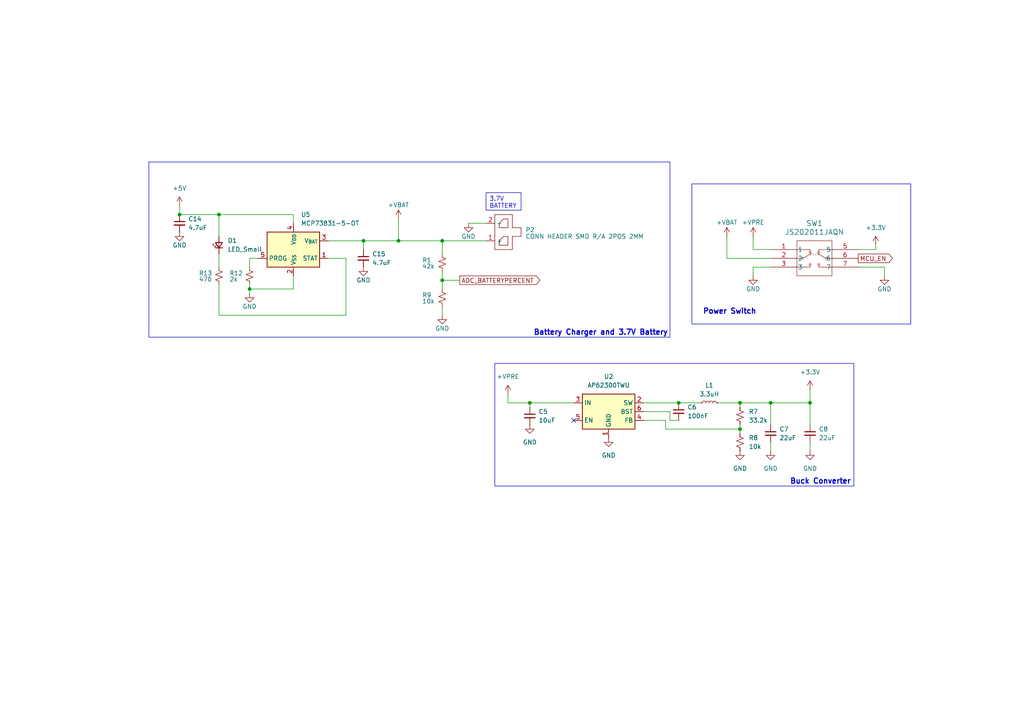
<source format=kicad_sch>
(kicad_sch (version 20231120) (generator "eeschema") (generator_version "8.0")
  (paper "A4")
  (lib_symbols
    (symbol "Battery_Management:MCP73831-5-OT"
      (property "Reference" "U" (at -7.62 6.35 0))
      (property "Value" "MCP73831-5-OT" (at 1.27 6.35 0))
      (symbol "MCP73831-5-OT_0_1"
        (rectangle (start -7.62 5.08) (end 7.62 -5.08) (stroke (width 0.254)) (fill (type background)))
      )
      (symbol "MCP73831-5-OT_1_1"
        (pin tri_state line (at 10.16 -2.54 180) (length 2.54) (name "STAT") (number "1"))
        (pin power_in line (at 0 -7.62 90) (length 2.54) (name "V_{SS}") (number "2"))
        (pin power_out line (at 10.16 2.54 180) (length 2.54) (name "V_{BAT}") (number "3"))
        (pin power_in line (at 0 7.62 270) (length 2.54) (name "V_{DD}") (number "4"))
        (pin input line (at -10.16 -2.54 0) (length 2.54) (name "PROG") (number "5"))
      )
    )
    (symbol "Device:C_Small" (pin_numbers hide) (pin_names (offset 0.254) hide)
      (property "Reference" "C" (at 0.254 1.778 0))
      (property "Value" "C_Small" (at 0.254 -2.032 0))
      (symbol "C_Small_0_1"
        (polyline (pts (xy -1.524 -0.508) (xy 1.524 -0.508)) (stroke (width 0.3302)))
        (polyline (pts (xy -1.524 0.508) (xy 1.524 0.508)) (stroke (width 0.3048)))
      )
      (symbol "C_Small_1_1"
        (pin passive line (at 0 2.54 270) (length 2.032) (name "~") (number "1"))
        (pin passive line (at 0 -2.54 90) (length 2.032) (name "~") (number "2"))
      )
    )
    (symbol "Device:LED_Small" (pin_numbers hide) (pin_names (offset 0.254) hide)
      (property "Reference" "D" (at -1.27 3.175 0))
      (property "Value" "LED_Small" (at -4.445 -2.54 0))
      (symbol "LED_Small_0_1"
        (polyline (pts (xy -0.762 -1.016) (xy -0.762 1.016)) (stroke (width 0.254)))
        (polyline (pts (xy 1.016 0) (xy -0.762 0)))
        (polyline (pts (xy 0.762 -1.016) (xy -0.762 0) (xy 0.762 1.016) (xy 0.762 -1.016)) (stroke (width 0.254)))
        (polyline (pts (xy 0 0.762) (xy -0.508 1.27) (xy -0.254 1.27) (xy -0.508 1.27) (xy -0.508 1.016)))
        (polyline (pts (xy 0.508 1.27) (xy 0 1.778) (xy 0.254 1.778) (xy 0 1.778) (xy 0 1.524)))
      )
      (symbol "LED_Small_1_1"
        (pin passive line (at -2.54 0 0) (length 1.778) (name "K") (number "1"))
        (pin passive line (at 2.54 0 180) (length 1.778) (name "A") (number "2"))
      )
    )
    (symbol "Device:L_Small" (pin_numbers hide) (pin_names (offset 0.254) hide)
      (property "Reference" "L" (at 0.762 1.016 0))
      (property "Value" "L_Small" (at 0.762 -1.016 0))
      (symbol "L_Small_0_1"
        (arc (start 0 -2.032) (mid 0.5058 -1.524) (end 0 -1.016))
        (arc (start 0 -1.016) (mid 0.5058 -0.508) (end 0 0))
        (arc (start 0 0) (mid 0.5058 0.508) (end 0 1.016))
        (arc (start 0 1.016) (mid 0.5058 1.524) (end 0 2.032))
      )
      (symbol "L_Small_1_1"
        (pin passive line (at 0 2.54 270) (length 0.508) (name "~") (number "1"))
        (pin passive line (at 0 -2.54 90) (length 0.508) (name "~") (number "2"))
      )
    )
    (symbol "Device:R_Small_US" (pin_numbers hide) (pin_names (offset 0.254) hide)
      (property "Reference" "R" (at 0.762 0.508 0))
      (property "Value" "R_Small_US" (at 0.762 -1.016 0))
      (symbol "R_Small_US_1_1"
        (polyline (pts (xy 0 0) (xy 1.016 -0.381) (xy 0 -0.762) (xy -1.016 -1.143) (xy 0 -1.524)))
        (polyline (pts (xy 0 1.524) (xy 1.016 1.143) (xy 0 0.762) (xy -1.016 0.381) (xy 0 0)))
        (pin passive line (at 0 2.54 270) (length 1.016) (name "~") (number "1"))
        (pin passive line (at 0 -2.54 90) (length 1.016) (name "~") (number "2"))
      )
    )
    (symbol "New_Library:DuraClik_CONN_HEADER_SMD_R/A_2POS_2MM"
      (property "Reference" "P" (at 0 0 0))
      (symbol "DuraClik_CONN_HEADER_SMD_R/A_2POS_2MM_0_1"
        (polyline (pts (xy -1.27 -7.62) (xy 1.27 -7.62) (xy 1.27 -8.89) (xy 0 -10.16) (xy -1.27 -10.16) (xy -1.27 -7.62) (xy -1.27 -10.16)))
        (polyline (pts (xy -1.27 -2.54) (xy 1.27 -2.54) (xy 1.27 -3.81) (xy 0 -5.08) (xy -1.27 -5.08) (xy -1.27 -2.54) (xy -1.27 -5.08)))
        (polyline (pts (xy -2.54 -5.08) (xy -2.54 -1.27) (xy 1.27 -1.27) (xy 2.54 -1.27) (xy 2.54 -11.43) (xy -2.54 -11.43) (xy -2.54 -7.62) (xy -5.08 -7.62) (xy -5.08 -5.08) (xy -2.54 -5.08)))
      )
      (symbol "DuraClik_CONN_HEADER_SMD_R/A_2POS_2MM_1_1"
        (pin passive line (at 5.08 -3.81 180) (length 2.54) (name "+") (number "1"))
        (pin passive line (at 5.08 -8.89 180) (length 2.54) (name "-") (number "2"))
      )
    )
    (symbol "New_Library_6:JS202011JAQN" (pin_names (offset 0.254))
      (property "Reference" "SW" (at 0 8.89 0))
      (property "Value" "JS202011JAQN" (at 0 6.35 0))
      (symbol "JS202011JAQN_0_1"
        (circle (center -3.556 -1.27) (radius 0.254) (stroke (width 0.127)))
        (circle (center -1.27 -3.048) (radius 0.254) (stroke (width 0.127)))
        (circle (center -1.27 0.508) (radius 0.254) (stroke (width 0.127)))
        (polyline (pts (xy -5.08 -6.35) (xy 5.08 -6.35)) (stroke (width 0.127)))
        (polyline (pts (xy -5.08 -3.81) (xy -1.27 -3.81)) (stroke (width 0.127)))
        (polyline (pts (xy -5.08 -1.27) (xy -3.81 -1.27)) (stroke (width 0.127)))
        (polyline (pts (xy -5.08 1.27) (xy -1.27 1.27)) (stroke (width 0.127)))
        (polyline (pts (xy -5.08 3.81) (xy -5.08 -6.35)) (stroke (width 0.127)))
        (polyline (pts (xy -3.302 -1.27) (xy -0.762 0.254)) (stroke (width 0.127)))
        (polyline (pts (xy -1.27 -3.302) (xy -1.27 -3.81)) (stroke (width 0.127)))
        (polyline (pts (xy -1.27 -0.254) (xy -1.016 -0.254)) (stroke (width 0.127)))
        (polyline (pts (xy -1.27 1.27) (xy -1.27 0.762)) (stroke (width 0.127)))
        (polyline (pts (xy -0.508 -0.254) (xy -0.254 -0.254)) (stroke (width 0.127)))
        (polyline (pts (xy 0.254 -0.254) (xy 0.508 -0.254)) (stroke (width 0.127)))
        (polyline (pts (xy 1.016 -0.254) (xy 1.27 -0.254)) (stroke (width 0.127)))
        (polyline (pts (xy 1.27 -3.302) (xy 1.27 -3.81)) (stroke (width 0.127)))
        (polyline (pts (xy 1.27 1.27) (xy 1.27 0.762)) (stroke (width 0.127)))
        (polyline (pts (xy 3.302 -1.27) (xy 0.762 0.254)) (stroke (width 0.127)))
        (polyline (pts (xy 5.08 -6.35) (xy 5.08 3.81)) (stroke (width 0.127)))
        (polyline (pts (xy 5.08 -3.81) (xy 1.27 -3.81)) (stroke (width 0.127)))
        (polyline (pts (xy 5.08 -1.27) (xy 3.81 -1.27)) (stroke (width 0.127)))
        (polyline (pts (xy 5.08 1.27) (xy 1.27 1.27)) (stroke (width 0.127)))
        (polyline (pts (xy 5.08 3.81) (xy -5.08 3.81)) (stroke (width 0.127)))
        (circle (center 1.27 -3.048) (radius 0.254) (stroke (width 0.127)))
        (circle (center 1.27 0.508) (radius 0.254) (stroke (width 0.127)))
        (circle (center 3.556 -1.27) (radius 0.254) (stroke (width 0.127)))
        (pin unspecified line (at -12.7 1.27 0) (length 7.62) (name "1") (number "1"))
        (pin unspecified line (at -12.7 -1.27 0) (length 7.62) (name "2") (number "2"))
        (pin unspecified line (at -12.7 -3.81 0) (length 7.62) (name "3") (number "3"))
        (pin unspecified line (at 12.7 1.27 180) (length 7.62) (name "5") (number "5"))
        (pin unspecified line (at 12.7 -1.27 180) (length 7.62) (name "6") (number "6"))
        (pin unspecified line (at 12.7 -3.81 180) (length 7.62) (name "7") (number "7"))
      )
    )
    (symbol "Regulator_Switching:AP62300TWU"
      (property "Reference" "U" (at -7.62 6.35 0))
      (property "Value" "AP62300TWU" (at 2.54 6.35 0))
      (symbol "AP62300TWU_0_1"
        (rectangle (start -7.62 5.08) (end 7.62 -5.08) (stroke (width 0.254)) (fill (type background)))
      )
      (symbol "AP62300TWU_1_1"
        (pin power_in line (at 0 -7.62 90) (length 2.54) (name "GND") (number "1"))
        (pin output line (at 10.16 2.54 180) (length 2.54) (name "SW") (number "2"))
        (pin power_in line (at -10.16 2.54 0) (length 2.54) (name "IN") (number "3"))
        (pin input line (at 10.16 -2.54 180) (length 2.54) (name "FB") (number "4"))
        (pin passive line (at -10.16 -2.54 0) (length 2.54) (name "EN") (number "5"))
        (pin passive line (at 10.16 0 180) (length 2.54) (name "BST") (number "6"))
      )
    )
    (symbol "power:+3.3V" (power) (pin_numbers hide) (pin_names (offset 0) hide)
      (property "Value" "+3.3V" (at 0 3.556 0))
      (symbol "+3.3V_0_1"
        (polyline (pts (xy -0.762 1.27) (xy 0 2.54)))
        (polyline (pts (xy 0 0) (xy 0 2.54)))
        (polyline (pts (xy 0 2.54) (xy 0.762 1.27)))
      )
      (symbol "+3.3V_1_1"
        (pin power_in line (at 0 0 90) (length 0) (name "~") (number "1"))
      )
    )
    (symbol "power:+5V" (power) (pin_numbers hide) (pin_names (offset 0) hide)
      (property "Value" "+5V" (at 0 3.556 0))
      (symbol "+5V_0_1"
        (polyline (pts (xy -0.762 1.27) (xy 0 2.54)))
        (polyline (pts (xy 0 0) (xy 0 2.54)))
        (polyline (pts (xy 0 2.54) (xy 0.762 1.27)))
      )
      (symbol "+5V_1_1"
        (pin power_in line (at 0 0 90) (length 0) (name "~") (number "1"))
      )
    )
    (symbol "power:GND" (power) (pin_numbers hide) (pin_names (offset 0) hide)
      (property "Value" "GND" (at 0 -3.81 0))
      (symbol "GND_0_1"
        (polyline (pts (xy 0 0) (xy 0 -1.27) (xy 1.27 -1.27) (xy 0 -2.54) (xy -1.27 -1.27) (xy 0 -1.27)))
      )
      (symbol "GND_1_1"
        (pin power_in line (at 0 0 270) (length 0) (name "~") (number "1"))
      )
    )
  )
  (junction (at 115.57 69.85))
  (junction (at 196.85 116.84))
  (junction (at 128.27 69.85))
  (junction (at 223.52 116.84))
  (junction (at 234.95 116.84))
  (junction (at 72.39 83.82))
  (junction (at 128.27 81.28))
  (junction (at 214.63 124.46))
  (junction (at 153.67 116.84))
  (junction (at 105.41 69.85))
  (junction (at 63.5 62.23))
  (junction (at 52.07 62.23))
  (junction (at 214.63 116.84))
  (no_connect (at 166.37 121.92))
  (wire (pts (xy 194.31 119.38) (xy 194.31 121.92)))
  (wire (pts (xy 105.41 69.85) (xy 115.57 69.85)))
  (wire (pts (xy 208.28 116.84) (xy 214.63 116.84)))
  (wire (pts (xy 193.04 124.46) (xy 214.63 124.46)))
  (wire (pts (xy 223.52 123.19) (xy 223.52 116.84)))
  (wire (pts (xy 128.27 69.85) (xy 140.97 69.85)))
  (wire (pts (xy 63.5 62.23) (xy 63.5 68.58)))
  (wire (pts (xy 248.92 77.47) (xy 256.54 77.47)))
  (wire (pts (xy 105.41 72.39) (xy 105.41 69.85)))
  (wire (pts (xy 72.39 83.82) (xy 72.39 85.09)))
  (wire (pts (xy 193.04 124.46) (xy 193.04 121.92)))
  (wire (pts (xy 115.57 69.85) (xy 128.27 69.85)))
  (wire (pts (xy 63.5 62.23) (xy 85.09 62.23)))
  (wire (pts (xy 100.33 74.93) (xy 95.25 74.93)))
  (wire (pts (xy 128.27 78.74) (xy 128.27 81.28)))
  (wire (pts (xy 153.67 118.11) (xy 153.67 116.84)))
  (wire (pts (xy 218.44 77.47) (xy 223.52 77.47)))
  (wire (pts (xy 128.27 81.28) (xy 133.35 81.28)))
  (wire (pts (xy 256.54 77.47) (xy 256.54 80.01)))
  (wire (pts (xy 153.67 116.84) (xy 166.37 116.84)))
  (wire (pts (xy 214.63 124.46) (xy 214.63 123.19)))
  (wire (pts (xy 218.44 68.58) (xy 218.44 72.39)))
  (wire (pts (xy 234.95 123.19) (xy 234.95 116.84)))
  (wire (pts (xy 128.27 88.9) (xy 128.27 91.44)))
  (wire (pts (xy 100.33 91.44) (xy 100.33 74.93)))
  (wire (pts (xy 85.09 62.23) (xy 85.09 64.77)))
  (wire (pts (xy 196.85 116.84) (xy 203.2 116.84)))
  (wire (pts (xy 63.5 82.55) (xy 63.5 91.44)))
  (wire (pts (xy 52.07 59.69) (xy 52.07 62.23)))
  (wire (pts (xy 72.39 82.55) (xy 72.39 83.82)))
  (wire (pts (xy 214.63 118.11) (xy 214.63 116.84)))
  (wire (pts (xy 135.89 64.77) (xy 140.97 64.77)))
  (wire (pts (xy 214.63 125.73) (xy 214.63 124.46)))
  (wire (pts (xy 210.82 68.58) (xy 210.82 74.93)))
  (wire (pts (xy 223.52 130.81) (xy 223.52 128.27)))
  (wire (pts (xy 63.5 91.44) (xy 100.33 91.44)))
  (wire (pts (xy 193.04 121.92) (xy 186.69 121.92)))
  (wire (pts (xy 186.69 116.84) (xy 196.85 116.84)))
  (wire (pts (xy 72.39 74.93) (xy 74.93 74.93)))
  (wire (pts (xy 95.25 69.85) (xy 105.41 69.85)))
  (wire (pts (xy 128.27 81.28) (xy 128.27 83.82)))
  (wire (pts (xy 218.44 80.01) (xy 218.44 77.47)))
  (wire (pts (xy 85.09 83.82) (xy 85.09 80.01)))
  (wire (pts (xy 194.31 121.92) (xy 196.85 121.92)))
  (wire (pts (xy 210.82 74.93) (xy 223.52 74.93)))
  (wire (pts (xy 52.07 62.23) (xy 63.5 62.23)))
  (wire (pts (xy 63.5 73.66) (xy 63.5 77.47)))
  (wire (pts (xy 234.95 130.81) (xy 234.95 128.27)))
  (wire (pts (xy 223.52 116.84) (xy 214.63 116.84)))
  (wire (pts (xy 128.27 73.66) (xy 128.27 69.85)))
  (wire (pts (xy 234.95 113.03) (xy 234.95 116.84)))
  (wire (pts (xy 254 72.39) (xy 248.92 72.39)))
  (wire (pts (xy 115.57 63.5) (xy 115.57 69.85)))
  (wire (pts (xy 218.44 72.39) (xy 223.52 72.39)))
  (wire (pts (xy 147.32 114.3) (xy 147.32 116.84)))
  (wire (pts (xy 72.39 77.47) (xy 72.39 74.93)))
  (wire (pts (xy 254 71.12) (xy 254 72.39)))
  (wire (pts (xy 186.69 119.38) (xy 194.31 119.38)))
  (wire (pts (xy 72.39 83.82) (xy 85.09 83.82)))
  (wire (pts (xy 223.52 116.84) (xy 234.95 116.84)))
  (wire (pts (xy 147.32 116.84) (xy 153.67 116.84)))
  (rectangle (start 143.51 105.41) (end 247.65 140.97))
  (rectangle (start 200.66 53.34) (end 264.16 93.98))
  (rectangle (start 43.18 46.99) (end 194.31 97.79))
  (text_box "3.7V BATTERY\n" (at 140.97 55.88 0) (size 10.16 5.08) (effects (font (size 1.27 1.27)) (justify left top)))
  (text "Buck Converter" (at 246.888 139.7 0) (effects (font (size 1.524 1.524) (thickness 0.3048) (bold yes)) (justify right)))
  (text "Battery Charger and 3.7V Battery" (at 193.802 96.52 0) (effects (font (size 1.524 1.524) (thickness 0.3048) (bold yes)) (justify right)))
  (text "Power Switch\n" (at 219.456 90.424 0) (effects (font (size 1.524 1.524) (thickness 0.3048) (bold yes)) (justify right)))
  (global_label "ADC_BATTERYPERCENT" (shape output) (at 133.35 81.28 0) (property "Intersheetrefs" "${INTERSHEET_REFS}" (effects (hide yes))))
  (global_label "MCU_EN" (shape output) (at 248.92 74.93 0) (property "Intersheetrefs" "${INTERSHEET_REFS}" (effects (hide yes))))
  (symbol (lib_id "power:GND") (at 52.07 67.31 0) (unit 1)
    (property "Reference" "#PWR031" (effects (hide yes)))
    (property "Value" "GND" (at 52.07 71.12 0))
    (property "Description" "Power symbol creates a global label with name \"GND\" , ground" (effects (hide yes)))
  )
  (symbol (lib_id "Device:C_Small") (at 153.67 120.65 0) (unit 1)
    (property "Reference" "C5" (at 156.21 119.3862 0) (effects (justify left)))
    (property "Value" "10uF" (at 156.21 121.9262 0) (effects (justify left)))
    (property "Footprint" "Capacitor_SMD:C_0603_1608Metric" (effects (hide yes)))
    (property "Description" "Unpolarized capacitor, small symbol" (effects (hide yes)))
  )
  (symbol (lib_id "power:+5V") (at 115.57 63.5 0) (unit 1)
    (property "Reference" "#PWR035" (effects (hide yes)))
    (property "Value" "+VBAT" (at 115.57 59.436 0))
    (property "Description" "Power symbol creates a global label with name \"+5V\"" (effects (hide yes)))
  )
  (symbol (lib_id "Device:R_Small_US") (at 63.5 80.01 0) (unit 1)
    (property "Reference" "R13" (at 57.658 79.248 0) (effects (justify left)))
    (property "Value" "470" (at 57.658 81.026 0) (effects (justify left)))
    (property "Footprint" "Resistor_SMD:R_0603_1608Metric" (effects (hide yes)))
    (property "Description" "Resistor, small US symbol" (effects (hide yes)))
  )
  (symbol (lib_id "power:+5V") (at 52.07 59.69 0) (unit 1)
    (property "Reference" "#PWR030" (effects (hide yes)))
    (property "Value" "+5V" (at 52.07 54.61 0))
    (property "Description" "Power symbol creates a global label with name \"+5V\"" (effects (hide yes)))
  )
  (symbol (lib_id "Device:C_Small") (at 223.52 125.73 0) (unit 1)
    (property "Reference" "C7" (at 226.06 124.4662 0) (effects (justify left)))
    (property "Value" "22uF" (at 226.06 127.0062 0) (effects (justify left)))
    (property "Footprint" "Capacitor_SMD:C_0603_1608Metric" (effects (hide yes)))
    (property "Description" "Unpolarized capacitor, small symbol" (effects (hide yes)))
  )
  (symbol (lib_id "power:GND") (at 176.53 127 0) (unit 1)
    (property "Reference" "#PWR036" (effects (hide yes)))
    (property "Value" "GND" (at 176.53 132.08 0))
    (property "Description" "Power symbol creates a global label with name \"GND\" , ground" (effects (hide yes)))
  )
  (symbol (lib_id "power:GND") (at 223.52 130.81 0) (unit 1)
    (property "Reference" "#PWR038" (effects (hide yes)))
    (property "Value" "GND" (at 223.52 135.89 0))
    (property "Description" "Power symbol creates a global label with name \"GND\" , ground" (effects (hide yes)))
  )
  (symbol (lib_id "power:GND") (at 153.67 123.19 0) (unit 1)
    (property "Reference" "#PWR024" (effects (hide yes)))
    (property "Value" "GND" (at 153.67 128.27 0))
    (property "Description" "Power symbol creates a global label with name \"GND\" , ground" (effects (hide yes)))
  )
  (symbol (lib_id "Device:L_Small") (at 205.74 116.84 90) (unit 1)
    (property "Reference" "L1" (at 205.74 111.76 90))
    (property "Value" "3.3uH" (at 205.74 114.3 90))
    (property "Footprint" "Inductor_SMD:ASPI-4030S-330M-T" (effects (hide yes)))
    (property "Datasheet" "https://abracon.com/Magnetics/power/ASPI-4030S.pdf" (effects (hide yes)))
    (property "Description" "Inductor, small symbol" (effects (hide yes)))
  )
  (symbol (lib_id "Device:C_Small") (at 234.95 125.73 0) (unit 1)
    (property "Reference" "C8" (at 237.49 124.4662 0) (effects (justify left)))
    (property "Value" "22uF" (at 237.49 127.0062 0) (effects (justify left)))
    (property "Footprint" "Capacitor_SMD:C_0603_1608Metric" (effects (hide yes)))
    (property "Description" "Unpolarized capacitor, small symbol" (effects (hide yes)))
  )
  (symbol (lib_id "power:+3.3V") (at 234.95 113.03 0) (unit 1)
    (property "Reference" "#PWR039" (effects (hide yes)))
    (property "Value" "+3.3V" (at 234.95 107.95 0))
    (property "Description" "Power symbol creates a global label with name \"+3.3V\"" (effects (hide yes)))
  )
  (symbol (lib_id "Device:C_Small") (at 52.07 64.77 0) (unit 1)
    (property "Reference" "C14" (at 54.61 63.5062 0) (effects (justify left)))
    (property "Value" "4.7uF" (at 54.61 66.0462 0) (effects (justify left)))
    (property "Footprint" "Capacitor_SMD:C_0603_1608Metric" (effects (hide yes)))
    (property "Description" "Unpolarized capacitor, small symbol" (effects (hide yes)))
  )
  (symbol (lib_id "Battery_Management:MCP73831-5-OT") (at 85.09 72.39 0) (unit 1)
    (property "Reference" "U5" (at 87.2841 62.23 0) (effects (justify left)))
    (property "Value" "MCP73831-5-OT" (at 87.2841 64.77 0) (effects (justify left)))
    (property "Footprint" "Package_TO_SOT_SMD:SOT-23-5" (effects (hide yes)))
    (property "Datasheet" "http://ww1.microchip.com/downloads/en/DeviceDoc/20001984g.pdf" (effects (hide yes)))
    (property "Description" "Single cell, Li-Ion/Li-Po charge management controller, 4.50V, Tri-State Status Output, in SOT23-5 package" (effects (hide yes)))
  )
  (symbol (lib_id "Regulator_Switching:AP62300TWU") (at 176.53 119.38 0) (unit 1)
    (property "Reference" "U2" (at 176.53 109.22 0))
    (property "Value" "AP62300TWU" (at 176.53 111.76 0))
    (property "Footprint" "Package_TO_SOT_SMD:TSOT-23-6" (effects (hide yes)))
    (property "Datasheet" "https://www.diodes.com/assets/Datasheets/AP62300_AP62301_AP62300T.pdf" (effects (hide yes)))
    (property "Description" "3A, 750kHz Buck DC/DC Converter, PFM for light load efficiency, 4.2V-18V input voltage, 0.8V-7V adjustable output voltage, TSOT-23-6" (effects (hide yes)))
  )
  (symbol (lib_id "power:GND") (at 256.54 80.01 0) (unit 1)
    (property "Reference" "#PWR048" (effects (hide yes)))
    (property "Value" "GND" (at 256.54 83.82 0))
    (property "Description" "Power symbol creates a global label with name \"GND\" , ground" (effects (hide yes)))
  )
  (symbol (lib_id "New_Library:DuraClik_CONN_HEADER_SMD_R/A_2POS_2MM") (at 146.05 73.66 180) (unit 1)
    (property "Reference" "P2" (at 152.4 66.6749 0) (effects (justify right)))
    (property "Value" "CONN HEADER SMD R/A 2POS 2MM" (at 152.4 68.58 0) (effects (justify right)))
    (property "Footprint" "Library:CONN02_502352_MOL" (effects (hide yes)))
    (property "Description" "DC Motor DuraClik Connector" (effects (hide yes)))
  )
  (symbol (lib_id "Device:R_Small_US") (at 214.63 128.27 0) (unit 1)
    (property "Reference" "R8" (at 217.17 126.9999 0) (effects (justify left)))
    (property "Value" "10k" (at 217.17 129.5399 0) (effects (justify left)))
    (property "Footprint" "Resistor_SMD:R_0603_1608Metric" (effects (hide yes)))
    (property "Description" "Resistor, small US symbol" (effects (hide yes)))
  )
  (symbol (lib_id "power:GND") (at 128.27 91.44 0) (unit 1)
    (property "Reference" "#PWR02" (effects (hide yes)))
    (property "Value" "GND" (at 128.27 95.25 0))
    (property "Description" "Power symbol creates a global label with name \"GND\" , ground" (effects (hide yes)))
  )
  (symbol (lib_id "power:+5V") (at 210.82 68.58 0) (unit 1)
    (property "Reference" "#PWR042" (effects (hide yes)))
    (property "Value" "+VBAT" (at 210.82 64.516 0))
    (property "Description" "Power symbol creates a global label with name \"+5V\"" (effects (hide yes)))
  )
  (symbol (lib_id "Device:R_Small_US") (at 72.39 80.01 0) (unit 1)
    (property "Reference" "R12" (at 66.548 79.248 0) (effects (justify left)))
    (property "Value" "2k" (at 66.548 81.026 0) (effects (justify left)))
    (property "Footprint" "Resistor_SMD:R_0603_1608Metric" (effects (hide yes)))
    (property "Description" "Resistor, small US symbol" (effects (hide yes)))
  )
  (symbol (lib_id "Device:LED_Small") (at 63.5 71.12 90) (unit 1)
    (property "Reference" "D1" (at 66.04 69.7864 90) (effects (justify right)))
    (property "Value" "LED_Small" (at 66.04 72.3264 90) (effects (justify right)))
    (property "Description" "Light emitting diode, small symbol" (effects (hide yes)))
  )
  (symbol (lib_id "power:GND") (at 135.89 64.77 0) (unit 1)
    (property "Reference" "#PWR034" (effects (hide yes)))
    (property "Value" "GND" (at 135.89 68.58 0))
    (property "Description" "Power symbol creates a global label with name \"GND\" , ground" (effects (hide yes)))
  )
  (symbol (lib_id "power:+3.3V") (at 254 71.12 0) (unit 1)
    (property "Reference" "#PWR047" (effects (hide yes)))
    (property "Value" "+3.3V" (at 254 66.04 0))
    (property "Description" "Power symbol creates a global label with name \"+3.3V\"" (effects (hide yes)))
  )
  (symbol (lib_id "Device:R_Small_US") (at 128.27 76.2 0) (unit 1)
    (property "Reference" "R1" (at 122.428 75.438 0) (effects (justify left)))
    (property "Value" "42k" (at 122.428 77.216 0) (effects (justify left)))
    (property "Footprint" "Resistor_SMD:R_0603_1608Metric" (effects (hide yes)))
    (property "Description" "Resistor, small US symbol" (effects (hide yes)))
  )
  (symbol (lib_id "power:GND") (at 218.44 80.01 0) (unit 1)
    (property "Reference" "#PWR041" (effects (hide yes)))
    (property "Value" "GND" (at 218.44 83.82 0))
    (property "Description" "Power symbol creates a global label with name \"GND\" , ground" (effects (hide yes)))
  )
  (symbol (lib_id "power:+5V") (at 147.32 114.3 0) (unit 1)
    (property "Reference" "#PWR023" (effects (hide yes)))
    (property "Value" "+VPRE" (at 147.32 109.22 0))
    (property "Description" "Power symbol creates a global label with name \"+5V\"" (effects (hide yes)))
  )
  (symbol (lib_id "Device:R_Small_US") (at 214.63 120.65 0) (unit 1)
    (property "Reference" "R7" (at 217.17 119.3799 0) (effects (justify left)))
    (property "Value" "33.2k" (at 217.17 121.9199 0) (effects (justify left)))
    (property "Footprint" "Resistor_SMD:R_0603_1608Metric" (effects (hide yes)))
    (property "Description" "Resistor, small US symbol" (effects (hide yes)))
  )
  (symbol (lib_id "power:GND") (at 105.41 77.47 0) (unit 1)
    (property "Reference" "#PWR033" (effects (hide yes)))
    (property "Value" "GND" (at 105.41 81.28 0))
    (property "Description" "Power symbol creates a global label with name \"GND\" , ground" (effects (hide yes)))
  )
  (symbol (lib_id "power:GND") (at 72.39 85.09 0) (unit 1)
    (property "Reference" "#PWR032" (effects (hide yes)))
    (property "Value" "GND" (at 72.39 88.9 0))
    (property "Description" "Power symbol creates a global label with name \"GND\" , ground" (effects (hide yes)))
  )
  (symbol (lib_id "New_Library_6:JS202011JAQN") (at 236.22 73.66 0) (unit 1)
    (property "Reference" "SW1" (at 236.22 64.77 0) (effects (font (size 1.524 1.524))))
    (property "Value" "JS202011JAQN" (at 236.22 67.31 0) (effects (font (size 1.524 1.524))))
    (property "Footprint" "Library:JS202011JAQN" (effects (hide yes)))
    (property "Datasheet" "JS202011JAQN" (effects (hide yes)))
  )
  (symbol (lib_id "power:GND") (at 214.63 130.81 0) (unit 1)
    (property "Reference" "#PWR037" (effects (hide yes)))
    (property "Value" "GND" (at 214.63 135.89 0))
    (property "Description" "Power symbol creates a global label with name \"GND\" , ground" (effects (hide yes)))
  )
  (symbol (lib_id "Device:C_Small") (at 105.41 74.93 0) (unit 1)
    (property "Reference" "C15" (at 107.95 73.6662 0) (effects (justify left)))
    (property "Value" "4.7uF" (at 107.95 76.2062 0) (effects (justify left)))
    (property "Footprint" "Capacitor_SMD:C_0603_1608Metric" (effects (hide yes)))
    (property "Description" "Unpolarized capacitor, small symbol" (effects (hide yes)))
  )
  (symbol (lib_id "power:GND") (at 234.95 130.81 0) (unit 1)
    (property "Reference" "#PWR040" (effects (hide yes)))
    (property "Value" "GND" (at 234.95 135.89 0))
    (property "Description" "Power symbol creates a global label with name \"GND\" , ground" (effects (hide yes)))
  )
  (symbol (lib_id "Device:R_Small_US") (at 128.27 86.36 0) (unit 1)
    (property "Reference" "R9" (at 122.428 85.598 0) (effects (justify left)))
    (property "Value" "10k" (at 122.428 87.376 0) (effects (justify left)))
    (property "Footprint" "Resistor_SMD:R_0603_1608Metric" (effects (hide yes)))
    (property "Description" "Resistor, small US symbol" (effects (hide yes)))
  )
  (symbol (lib_id "Device:C_Small") (at 196.85 119.38 0) (unit 1)
    (property "Reference" "C6" (at 199.39 118.1162 0) (effects (justify left)))
    (property "Value" "100nF" (at 199.39 120.6562 0) (effects (justify left)))
    (property "Footprint" "Capacitor_SMD:C_0603_1608Metric" (effects (hide yes)))
    (property "Description" "Unpolarized capacitor, small symbol" (effects (hide yes)))
  )
  (symbol (lib_id "power:+5V") (at 218.44 68.58 0) (unit 1)
    (property "Reference" "#PWR043" (effects (hide yes)))
    (property "Value" "+VPRE" (at 218.44 64.516 0))
    (property "Description" "Power symbol creates a global label with name \"+5V\"" (effects (hide yes)))
  )
)
</source>
